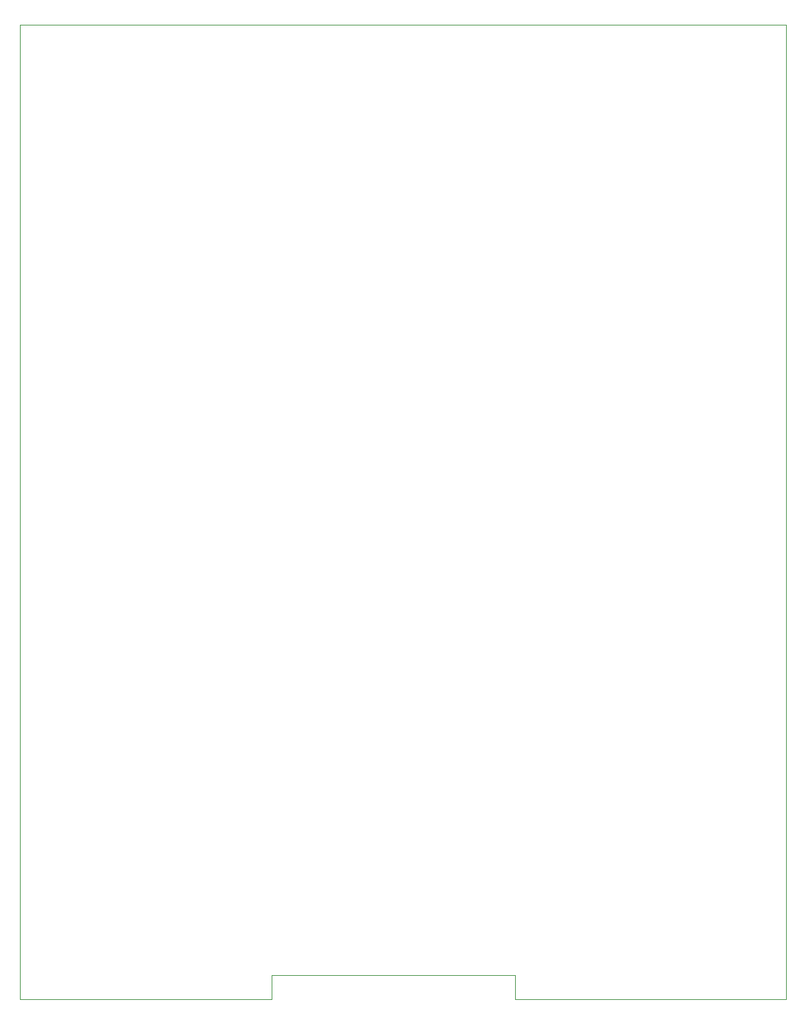
<source format=gbr>
%TF.GenerationSoftware,KiCad,Pcbnew,(6.0.5)*%
%TF.CreationDate,2022-12-18T21:16:11-03:00*%
%TF.ProjectId,HM_CENTRAL-01,484d5f43-454e-4545-9241-4c2d30312e6b,rev?*%
%TF.SameCoordinates,Original*%
%TF.FileFunction,Profile,NP*%
%FSLAX46Y46*%
G04 Gerber Fmt 4.6, Leading zero omitted, Abs format (unit mm)*
G04 Created by KiCad (PCBNEW (6.0.5)) date 2022-12-18 21:16:11*
%MOMM*%
%LPD*%
G01*
G04 APERTURE LIST*
%TA.AperFunction,Profile*%
%ADD10C,0.100000*%
%TD*%
G04 APERTURE END LIST*
D10*
X164400000Y-142000000D02*
X131000000Y-142000000D01*
X131000000Y-139000000D01*
X101000000Y-139000000D01*
X101000000Y-142000000D01*
X70000000Y-142000000D01*
X70000000Y-22100000D01*
X164400000Y-22100000D01*
X164400000Y-142000000D01*
M02*

</source>
